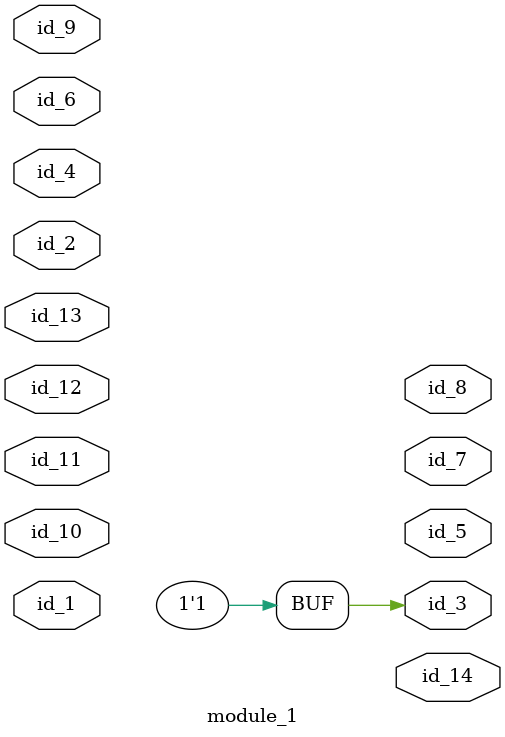
<source format=v>
module module_0;
  always $display(id_1);
endmodule
module module_1 (
    id_1,
    id_2,
    id_3,
    id_4,
    id_5,
    id_6,
    id_7,
    id_8,
    id_9,
    id_10,
    id_11,
    id_12,
    id_13,
    id_14
);
  output wire id_14;
  inout wire id_13;
  input wire id_12;
  input wire id_11;
  input wire id_10;
  inout wire id_9;
  output wire id_8;
  output wire id_7;
  input wire id_6;
  output wire id_5;
  input wire id_4;
  output wire id_3;
  inout wire id_2;
  inout wire id_1;
  always id_3 = 1;
  module_0 modCall_1 ();
endmodule

</source>
